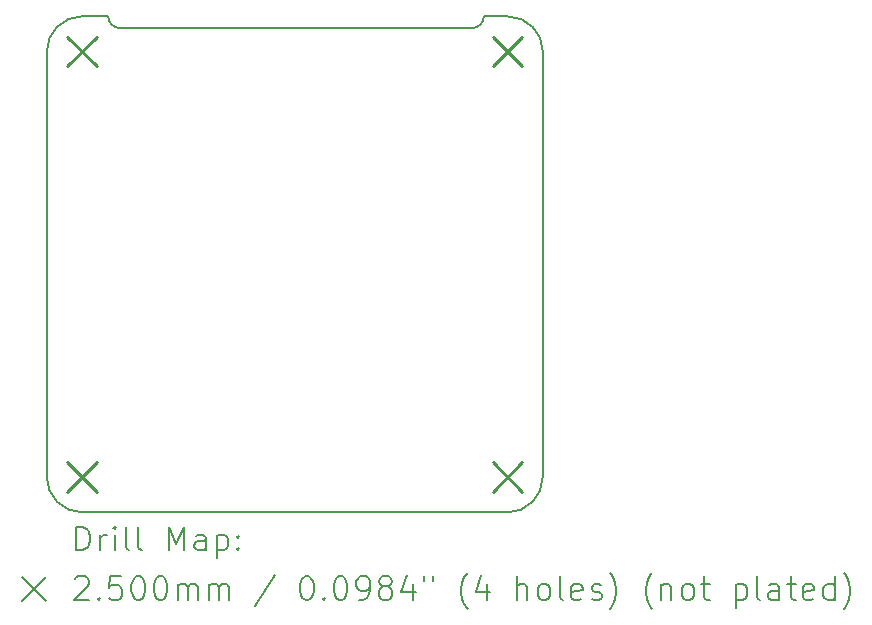
<source format=gbr>
%TF.GenerationSoftware,KiCad,Pcbnew,7.0.6*%
%TF.CreationDate,2023-09-15T14:05:19+02:00*%
%TF.ProjectId,V8,56382e6b-6963-4616-945f-706362585858,rev?*%
%TF.SameCoordinates,Original*%
%TF.FileFunction,Drillmap*%
%TF.FilePolarity,Positive*%
%FSLAX45Y45*%
G04 Gerber Fmt 4.5, Leading zero omitted, Abs format (unit mm)*
G04 Created by KiCad (PCBNEW 7.0.6) date 2023-09-15 14:05:19*
%MOMM*%
%LPD*%
G01*
G04 APERTURE LIST*
%ADD10C,0.200000*%
%ADD11C,0.250000*%
G04 APERTURE END LIST*
D10*
X13520355Y-8000000D02*
X16499645Y-8000000D01*
X12900000Y-8200000D02*
X12900000Y-11800000D01*
X16800000Y-12100000D02*
G75*
G03*
X17100000Y-11800000I0J300000D01*
G01*
X13199645Y-7900000D02*
X13420355Y-7900000D01*
X16600000Y-7900000D02*
X16800000Y-7900000D01*
X17100000Y-11800000D02*
X17100000Y-8200000D01*
X12900000Y-11800000D02*
G75*
G03*
X13200000Y-12100000I300000J0D01*
G01*
X17100000Y-8200000D02*
G75*
G03*
X16800000Y-7900000I-300000J0D01*
G01*
X13200000Y-7900000D02*
G75*
G03*
X12900000Y-8200000I0J-300000D01*
G01*
X16500000Y-8000000D02*
G75*
G03*
X16600000Y-7900000I0J100000D01*
G01*
X13200000Y-12100000D02*
X16800000Y-12100000D01*
X13420710Y-7900000D02*
G75*
G03*
X13520711Y-8000000I100000J0D01*
G01*
D11*
X13075000Y-8075000D02*
X13325000Y-8325000D01*
X13325000Y-8075000D02*
X13075000Y-8325000D01*
X13075000Y-11675000D02*
X13325000Y-11925000D01*
X13325000Y-11675000D02*
X13075000Y-11925000D01*
X16675000Y-8075000D02*
X16925000Y-8325000D01*
X16925000Y-8075000D02*
X16675000Y-8325000D01*
X16675000Y-11675000D02*
X16925000Y-11925000D01*
X16925000Y-11675000D02*
X16675000Y-11925000D01*
D10*
X13150777Y-12421484D02*
X13150777Y-12221484D01*
X13150777Y-12221484D02*
X13198396Y-12221484D01*
X13198396Y-12221484D02*
X13226967Y-12231008D01*
X13226967Y-12231008D02*
X13246015Y-12250055D01*
X13246015Y-12250055D02*
X13255539Y-12269103D01*
X13255539Y-12269103D02*
X13265062Y-12307198D01*
X13265062Y-12307198D02*
X13265062Y-12335769D01*
X13265062Y-12335769D02*
X13255539Y-12373865D01*
X13255539Y-12373865D02*
X13246015Y-12392912D01*
X13246015Y-12392912D02*
X13226967Y-12411960D01*
X13226967Y-12411960D02*
X13198396Y-12421484D01*
X13198396Y-12421484D02*
X13150777Y-12421484D01*
X13350777Y-12421484D02*
X13350777Y-12288150D01*
X13350777Y-12326246D02*
X13360301Y-12307198D01*
X13360301Y-12307198D02*
X13369824Y-12297674D01*
X13369824Y-12297674D02*
X13388872Y-12288150D01*
X13388872Y-12288150D02*
X13407920Y-12288150D01*
X13474586Y-12421484D02*
X13474586Y-12288150D01*
X13474586Y-12221484D02*
X13465062Y-12231008D01*
X13465062Y-12231008D02*
X13474586Y-12240531D01*
X13474586Y-12240531D02*
X13484110Y-12231008D01*
X13484110Y-12231008D02*
X13474586Y-12221484D01*
X13474586Y-12221484D02*
X13474586Y-12240531D01*
X13598396Y-12421484D02*
X13579348Y-12411960D01*
X13579348Y-12411960D02*
X13569824Y-12392912D01*
X13569824Y-12392912D02*
X13569824Y-12221484D01*
X13703158Y-12421484D02*
X13684110Y-12411960D01*
X13684110Y-12411960D02*
X13674586Y-12392912D01*
X13674586Y-12392912D02*
X13674586Y-12221484D01*
X13931729Y-12421484D02*
X13931729Y-12221484D01*
X13931729Y-12221484D02*
X13998396Y-12364341D01*
X13998396Y-12364341D02*
X14065062Y-12221484D01*
X14065062Y-12221484D02*
X14065062Y-12421484D01*
X14246015Y-12421484D02*
X14246015Y-12316722D01*
X14246015Y-12316722D02*
X14236491Y-12297674D01*
X14236491Y-12297674D02*
X14217443Y-12288150D01*
X14217443Y-12288150D02*
X14179348Y-12288150D01*
X14179348Y-12288150D02*
X14160301Y-12297674D01*
X14246015Y-12411960D02*
X14226967Y-12421484D01*
X14226967Y-12421484D02*
X14179348Y-12421484D01*
X14179348Y-12421484D02*
X14160301Y-12411960D01*
X14160301Y-12411960D02*
X14150777Y-12392912D01*
X14150777Y-12392912D02*
X14150777Y-12373865D01*
X14150777Y-12373865D02*
X14160301Y-12354817D01*
X14160301Y-12354817D02*
X14179348Y-12345293D01*
X14179348Y-12345293D02*
X14226967Y-12345293D01*
X14226967Y-12345293D02*
X14246015Y-12335769D01*
X14341253Y-12288150D02*
X14341253Y-12488150D01*
X14341253Y-12297674D02*
X14360301Y-12288150D01*
X14360301Y-12288150D02*
X14398396Y-12288150D01*
X14398396Y-12288150D02*
X14417443Y-12297674D01*
X14417443Y-12297674D02*
X14426967Y-12307198D01*
X14426967Y-12307198D02*
X14436491Y-12326246D01*
X14436491Y-12326246D02*
X14436491Y-12383388D01*
X14436491Y-12383388D02*
X14426967Y-12402436D01*
X14426967Y-12402436D02*
X14417443Y-12411960D01*
X14417443Y-12411960D02*
X14398396Y-12421484D01*
X14398396Y-12421484D02*
X14360301Y-12421484D01*
X14360301Y-12421484D02*
X14341253Y-12411960D01*
X14522205Y-12402436D02*
X14531729Y-12411960D01*
X14531729Y-12411960D02*
X14522205Y-12421484D01*
X14522205Y-12421484D02*
X14512682Y-12411960D01*
X14512682Y-12411960D02*
X14522205Y-12402436D01*
X14522205Y-12402436D02*
X14522205Y-12421484D01*
X14522205Y-12297674D02*
X14531729Y-12307198D01*
X14531729Y-12307198D02*
X14522205Y-12316722D01*
X14522205Y-12316722D02*
X14512682Y-12307198D01*
X14512682Y-12307198D02*
X14522205Y-12297674D01*
X14522205Y-12297674D02*
X14522205Y-12316722D01*
X12690000Y-12650000D02*
X12890000Y-12850000D01*
X12890000Y-12650000D02*
X12690000Y-12850000D01*
X13141253Y-12660531D02*
X13150777Y-12651008D01*
X13150777Y-12651008D02*
X13169824Y-12641484D01*
X13169824Y-12641484D02*
X13217443Y-12641484D01*
X13217443Y-12641484D02*
X13236491Y-12651008D01*
X13236491Y-12651008D02*
X13246015Y-12660531D01*
X13246015Y-12660531D02*
X13255539Y-12679579D01*
X13255539Y-12679579D02*
X13255539Y-12698627D01*
X13255539Y-12698627D02*
X13246015Y-12727198D01*
X13246015Y-12727198D02*
X13131729Y-12841484D01*
X13131729Y-12841484D02*
X13255539Y-12841484D01*
X13341253Y-12822436D02*
X13350777Y-12831960D01*
X13350777Y-12831960D02*
X13341253Y-12841484D01*
X13341253Y-12841484D02*
X13331729Y-12831960D01*
X13331729Y-12831960D02*
X13341253Y-12822436D01*
X13341253Y-12822436D02*
X13341253Y-12841484D01*
X13531729Y-12641484D02*
X13436491Y-12641484D01*
X13436491Y-12641484D02*
X13426967Y-12736722D01*
X13426967Y-12736722D02*
X13436491Y-12727198D01*
X13436491Y-12727198D02*
X13455539Y-12717674D01*
X13455539Y-12717674D02*
X13503158Y-12717674D01*
X13503158Y-12717674D02*
X13522205Y-12727198D01*
X13522205Y-12727198D02*
X13531729Y-12736722D01*
X13531729Y-12736722D02*
X13541253Y-12755769D01*
X13541253Y-12755769D02*
X13541253Y-12803388D01*
X13541253Y-12803388D02*
X13531729Y-12822436D01*
X13531729Y-12822436D02*
X13522205Y-12831960D01*
X13522205Y-12831960D02*
X13503158Y-12841484D01*
X13503158Y-12841484D02*
X13455539Y-12841484D01*
X13455539Y-12841484D02*
X13436491Y-12831960D01*
X13436491Y-12831960D02*
X13426967Y-12822436D01*
X13665062Y-12641484D02*
X13684110Y-12641484D01*
X13684110Y-12641484D02*
X13703158Y-12651008D01*
X13703158Y-12651008D02*
X13712682Y-12660531D01*
X13712682Y-12660531D02*
X13722205Y-12679579D01*
X13722205Y-12679579D02*
X13731729Y-12717674D01*
X13731729Y-12717674D02*
X13731729Y-12765293D01*
X13731729Y-12765293D02*
X13722205Y-12803388D01*
X13722205Y-12803388D02*
X13712682Y-12822436D01*
X13712682Y-12822436D02*
X13703158Y-12831960D01*
X13703158Y-12831960D02*
X13684110Y-12841484D01*
X13684110Y-12841484D02*
X13665062Y-12841484D01*
X13665062Y-12841484D02*
X13646015Y-12831960D01*
X13646015Y-12831960D02*
X13636491Y-12822436D01*
X13636491Y-12822436D02*
X13626967Y-12803388D01*
X13626967Y-12803388D02*
X13617443Y-12765293D01*
X13617443Y-12765293D02*
X13617443Y-12717674D01*
X13617443Y-12717674D02*
X13626967Y-12679579D01*
X13626967Y-12679579D02*
X13636491Y-12660531D01*
X13636491Y-12660531D02*
X13646015Y-12651008D01*
X13646015Y-12651008D02*
X13665062Y-12641484D01*
X13855539Y-12641484D02*
X13874586Y-12641484D01*
X13874586Y-12641484D02*
X13893634Y-12651008D01*
X13893634Y-12651008D02*
X13903158Y-12660531D01*
X13903158Y-12660531D02*
X13912682Y-12679579D01*
X13912682Y-12679579D02*
X13922205Y-12717674D01*
X13922205Y-12717674D02*
X13922205Y-12765293D01*
X13922205Y-12765293D02*
X13912682Y-12803388D01*
X13912682Y-12803388D02*
X13903158Y-12822436D01*
X13903158Y-12822436D02*
X13893634Y-12831960D01*
X13893634Y-12831960D02*
X13874586Y-12841484D01*
X13874586Y-12841484D02*
X13855539Y-12841484D01*
X13855539Y-12841484D02*
X13836491Y-12831960D01*
X13836491Y-12831960D02*
X13826967Y-12822436D01*
X13826967Y-12822436D02*
X13817443Y-12803388D01*
X13817443Y-12803388D02*
X13807920Y-12765293D01*
X13807920Y-12765293D02*
X13807920Y-12717674D01*
X13807920Y-12717674D02*
X13817443Y-12679579D01*
X13817443Y-12679579D02*
X13826967Y-12660531D01*
X13826967Y-12660531D02*
X13836491Y-12651008D01*
X13836491Y-12651008D02*
X13855539Y-12641484D01*
X14007920Y-12841484D02*
X14007920Y-12708150D01*
X14007920Y-12727198D02*
X14017443Y-12717674D01*
X14017443Y-12717674D02*
X14036491Y-12708150D01*
X14036491Y-12708150D02*
X14065063Y-12708150D01*
X14065063Y-12708150D02*
X14084110Y-12717674D01*
X14084110Y-12717674D02*
X14093634Y-12736722D01*
X14093634Y-12736722D02*
X14093634Y-12841484D01*
X14093634Y-12736722D02*
X14103158Y-12717674D01*
X14103158Y-12717674D02*
X14122205Y-12708150D01*
X14122205Y-12708150D02*
X14150777Y-12708150D01*
X14150777Y-12708150D02*
X14169824Y-12717674D01*
X14169824Y-12717674D02*
X14179348Y-12736722D01*
X14179348Y-12736722D02*
X14179348Y-12841484D01*
X14274586Y-12841484D02*
X14274586Y-12708150D01*
X14274586Y-12727198D02*
X14284110Y-12717674D01*
X14284110Y-12717674D02*
X14303158Y-12708150D01*
X14303158Y-12708150D02*
X14331729Y-12708150D01*
X14331729Y-12708150D02*
X14350777Y-12717674D01*
X14350777Y-12717674D02*
X14360301Y-12736722D01*
X14360301Y-12736722D02*
X14360301Y-12841484D01*
X14360301Y-12736722D02*
X14369824Y-12717674D01*
X14369824Y-12717674D02*
X14388872Y-12708150D01*
X14388872Y-12708150D02*
X14417443Y-12708150D01*
X14417443Y-12708150D02*
X14436491Y-12717674D01*
X14436491Y-12717674D02*
X14446015Y-12736722D01*
X14446015Y-12736722D02*
X14446015Y-12841484D01*
X14836491Y-12631960D02*
X14665063Y-12889103D01*
X15093634Y-12641484D02*
X15112682Y-12641484D01*
X15112682Y-12641484D02*
X15131729Y-12651008D01*
X15131729Y-12651008D02*
X15141253Y-12660531D01*
X15141253Y-12660531D02*
X15150777Y-12679579D01*
X15150777Y-12679579D02*
X15160301Y-12717674D01*
X15160301Y-12717674D02*
X15160301Y-12765293D01*
X15160301Y-12765293D02*
X15150777Y-12803388D01*
X15150777Y-12803388D02*
X15141253Y-12822436D01*
X15141253Y-12822436D02*
X15131729Y-12831960D01*
X15131729Y-12831960D02*
X15112682Y-12841484D01*
X15112682Y-12841484D02*
X15093634Y-12841484D01*
X15093634Y-12841484D02*
X15074586Y-12831960D01*
X15074586Y-12831960D02*
X15065063Y-12822436D01*
X15065063Y-12822436D02*
X15055539Y-12803388D01*
X15055539Y-12803388D02*
X15046015Y-12765293D01*
X15046015Y-12765293D02*
X15046015Y-12717674D01*
X15046015Y-12717674D02*
X15055539Y-12679579D01*
X15055539Y-12679579D02*
X15065063Y-12660531D01*
X15065063Y-12660531D02*
X15074586Y-12651008D01*
X15074586Y-12651008D02*
X15093634Y-12641484D01*
X15246015Y-12822436D02*
X15255539Y-12831960D01*
X15255539Y-12831960D02*
X15246015Y-12841484D01*
X15246015Y-12841484D02*
X15236491Y-12831960D01*
X15236491Y-12831960D02*
X15246015Y-12822436D01*
X15246015Y-12822436D02*
X15246015Y-12841484D01*
X15379348Y-12641484D02*
X15398396Y-12641484D01*
X15398396Y-12641484D02*
X15417444Y-12651008D01*
X15417444Y-12651008D02*
X15426967Y-12660531D01*
X15426967Y-12660531D02*
X15436491Y-12679579D01*
X15436491Y-12679579D02*
X15446015Y-12717674D01*
X15446015Y-12717674D02*
X15446015Y-12765293D01*
X15446015Y-12765293D02*
X15436491Y-12803388D01*
X15436491Y-12803388D02*
X15426967Y-12822436D01*
X15426967Y-12822436D02*
X15417444Y-12831960D01*
X15417444Y-12831960D02*
X15398396Y-12841484D01*
X15398396Y-12841484D02*
X15379348Y-12841484D01*
X15379348Y-12841484D02*
X15360301Y-12831960D01*
X15360301Y-12831960D02*
X15350777Y-12822436D01*
X15350777Y-12822436D02*
X15341253Y-12803388D01*
X15341253Y-12803388D02*
X15331729Y-12765293D01*
X15331729Y-12765293D02*
X15331729Y-12717674D01*
X15331729Y-12717674D02*
X15341253Y-12679579D01*
X15341253Y-12679579D02*
X15350777Y-12660531D01*
X15350777Y-12660531D02*
X15360301Y-12651008D01*
X15360301Y-12651008D02*
X15379348Y-12641484D01*
X15541253Y-12841484D02*
X15579348Y-12841484D01*
X15579348Y-12841484D02*
X15598396Y-12831960D01*
X15598396Y-12831960D02*
X15607920Y-12822436D01*
X15607920Y-12822436D02*
X15626967Y-12793865D01*
X15626967Y-12793865D02*
X15636491Y-12755769D01*
X15636491Y-12755769D02*
X15636491Y-12679579D01*
X15636491Y-12679579D02*
X15626967Y-12660531D01*
X15626967Y-12660531D02*
X15617444Y-12651008D01*
X15617444Y-12651008D02*
X15598396Y-12641484D01*
X15598396Y-12641484D02*
X15560301Y-12641484D01*
X15560301Y-12641484D02*
X15541253Y-12651008D01*
X15541253Y-12651008D02*
X15531729Y-12660531D01*
X15531729Y-12660531D02*
X15522206Y-12679579D01*
X15522206Y-12679579D02*
X15522206Y-12727198D01*
X15522206Y-12727198D02*
X15531729Y-12746246D01*
X15531729Y-12746246D02*
X15541253Y-12755769D01*
X15541253Y-12755769D02*
X15560301Y-12765293D01*
X15560301Y-12765293D02*
X15598396Y-12765293D01*
X15598396Y-12765293D02*
X15617444Y-12755769D01*
X15617444Y-12755769D02*
X15626967Y-12746246D01*
X15626967Y-12746246D02*
X15636491Y-12727198D01*
X15750777Y-12727198D02*
X15731729Y-12717674D01*
X15731729Y-12717674D02*
X15722206Y-12708150D01*
X15722206Y-12708150D02*
X15712682Y-12689103D01*
X15712682Y-12689103D02*
X15712682Y-12679579D01*
X15712682Y-12679579D02*
X15722206Y-12660531D01*
X15722206Y-12660531D02*
X15731729Y-12651008D01*
X15731729Y-12651008D02*
X15750777Y-12641484D01*
X15750777Y-12641484D02*
X15788872Y-12641484D01*
X15788872Y-12641484D02*
X15807920Y-12651008D01*
X15807920Y-12651008D02*
X15817444Y-12660531D01*
X15817444Y-12660531D02*
X15826967Y-12679579D01*
X15826967Y-12679579D02*
X15826967Y-12689103D01*
X15826967Y-12689103D02*
X15817444Y-12708150D01*
X15817444Y-12708150D02*
X15807920Y-12717674D01*
X15807920Y-12717674D02*
X15788872Y-12727198D01*
X15788872Y-12727198D02*
X15750777Y-12727198D01*
X15750777Y-12727198D02*
X15731729Y-12736722D01*
X15731729Y-12736722D02*
X15722206Y-12746246D01*
X15722206Y-12746246D02*
X15712682Y-12765293D01*
X15712682Y-12765293D02*
X15712682Y-12803388D01*
X15712682Y-12803388D02*
X15722206Y-12822436D01*
X15722206Y-12822436D02*
X15731729Y-12831960D01*
X15731729Y-12831960D02*
X15750777Y-12841484D01*
X15750777Y-12841484D02*
X15788872Y-12841484D01*
X15788872Y-12841484D02*
X15807920Y-12831960D01*
X15807920Y-12831960D02*
X15817444Y-12822436D01*
X15817444Y-12822436D02*
X15826967Y-12803388D01*
X15826967Y-12803388D02*
X15826967Y-12765293D01*
X15826967Y-12765293D02*
X15817444Y-12746246D01*
X15817444Y-12746246D02*
X15807920Y-12736722D01*
X15807920Y-12736722D02*
X15788872Y-12727198D01*
X15998396Y-12708150D02*
X15998396Y-12841484D01*
X15950777Y-12631960D02*
X15903158Y-12774817D01*
X15903158Y-12774817D02*
X16026967Y-12774817D01*
X16093634Y-12641484D02*
X16093634Y-12679579D01*
X16169825Y-12641484D02*
X16169825Y-12679579D01*
X16465063Y-12917674D02*
X16455539Y-12908150D01*
X16455539Y-12908150D02*
X16436491Y-12879579D01*
X16436491Y-12879579D02*
X16426968Y-12860531D01*
X16426968Y-12860531D02*
X16417444Y-12831960D01*
X16417444Y-12831960D02*
X16407920Y-12784341D01*
X16407920Y-12784341D02*
X16407920Y-12746246D01*
X16407920Y-12746246D02*
X16417444Y-12698627D01*
X16417444Y-12698627D02*
X16426968Y-12670055D01*
X16426968Y-12670055D02*
X16436491Y-12651008D01*
X16436491Y-12651008D02*
X16455539Y-12622436D01*
X16455539Y-12622436D02*
X16465063Y-12612912D01*
X16626968Y-12708150D02*
X16626968Y-12841484D01*
X16579348Y-12631960D02*
X16531729Y-12774817D01*
X16531729Y-12774817D02*
X16655539Y-12774817D01*
X16884111Y-12841484D02*
X16884111Y-12641484D01*
X16969825Y-12841484D02*
X16969825Y-12736722D01*
X16969825Y-12736722D02*
X16960301Y-12717674D01*
X16960301Y-12717674D02*
X16941253Y-12708150D01*
X16941253Y-12708150D02*
X16912682Y-12708150D01*
X16912682Y-12708150D02*
X16893634Y-12717674D01*
X16893634Y-12717674D02*
X16884111Y-12727198D01*
X17093634Y-12841484D02*
X17074587Y-12831960D01*
X17074587Y-12831960D02*
X17065063Y-12822436D01*
X17065063Y-12822436D02*
X17055539Y-12803388D01*
X17055539Y-12803388D02*
X17055539Y-12746246D01*
X17055539Y-12746246D02*
X17065063Y-12727198D01*
X17065063Y-12727198D02*
X17074587Y-12717674D01*
X17074587Y-12717674D02*
X17093634Y-12708150D01*
X17093634Y-12708150D02*
X17122206Y-12708150D01*
X17122206Y-12708150D02*
X17141253Y-12717674D01*
X17141253Y-12717674D02*
X17150777Y-12727198D01*
X17150777Y-12727198D02*
X17160301Y-12746246D01*
X17160301Y-12746246D02*
X17160301Y-12803388D01*
X17160301Y-12803388D02*
X17150777Y-12822436D01*
X17150777Y-12822436D02*
X17141253Y-12831960D01*
X17141253Y-12831960D02*
X17122206Y-12841484D01*
X17122206Y-12841484D02*
X17093634Y-12841484D01*
X17274587Y-12841484D02*
X17255539Y-12831960D01*
X17255539Y-12831960D02*
X17246015Y-12812912D01*
X17246015Y-12812912D02*
X17246015Y-12641484D01*
X17426968Y-12831960D02*
X17407920Y-12841484D01*
X17407920Y-12841484D02*
X17369825Y-12841484D01*
X17369825Y-12841484D02*
X17350777Y-12831960D01*
X17350777Y-12831960D02*
X17341253Y-12812912D01*
X17341253Y-12812912D02*
X17341253Y-12736722D01*
X17341253Y-12736722D02*
X17350777Y-12717674D01*
X17350777Y-12717674D02*
X17369825Y-12708150D01*
X17369825Y-12708150D02*
X17407920Y-12708150D01*
X17407920Y-12708150D02*
X17426968Y-12717674D01*
X17426968Y-12717674D02*
X17436492Y-12736722D01*
X17436492Y-12736722D02*
X17436492Y-12755769D01*
X17436492Y-12755769D02*
X17341253Y-12774817D01*
X17512682Y-12831960D02*
X17531730Y-12841484D01*
X17531730Y-12841484D02*
X17569825Y-12841484D01*
X17569825Y-12841484D02*
X17588873Y-12831960D01*
X17588873Y-12831960D02*
X17598396Y-12812912D01*
X17598396Y-12812912D02*
X17598396Y-12803388D01*
X17598396Y-12803388D02*
X17588873Y-12784341D01*
X17588873Y-12784341D02*
X17569825Y-12774817D01*
X17569825Y-12774817D02*
X17541253Y-12774817D01*
X17541253Y-12774817D02*
X17522206Y-12765293D01*
X17522206Y-12765293D02*
X17512682Y-12746246D01*
X17512682Y-12746246D02*
X17512682Y-12736722D01*
X17512682Y-12736722D02*
X17522206Y-12717674D01*
X17522206Y-12717674D02*
X17541253Y-12708150D01*
X17541253Y-12708150D02*
X17569825Y-12708150D01*
X17569825Y-12708150D02*
X17588873Y-12717674D01*
X17665063Y-12917674D02*
X17674587Y-12908150D01*
X17674587Y-12908150D02*
X17693634Y-12879579D01*
X17693634Y-12879579D02*
X17703158Y-12860531D01*
X17703158Y-12860531D02*
X17712682Y-12831960D01*
X17712682Y-12831960D02*
X17722206Y-12784341D01*
X17722206Y-12784341D02*
X17722206Y-12746246D01*
X17722206Y-12746246D02*
X17712682Y-12698627D01*
X17712682Y-12698627D02*
X17703158Y-12670055D01*
X17703158Y-12670055D02*
X17693634Y-12651008D01*
X17693634Y-12651008D02*
X17674587Y-12622436D01*
X17674587Y-12622436D02*
X17665063Y-12612912D01*
X18026968Y-12917674D02*
X18017444Y-12908150D01*
X18017444Y-12908150D02*
X17998396Y-12879579D01*
X17998396Y-12879579D02*
X17988873Y-12860531D01*
X17988873Y-12860531D02*
X17979349Y-12831960D01*
X17979349Y-12831960D02*
X17969825Y-12784341D01*
X17969825Y-12784341D02*
X17969825Y-12746246D01*
X17969825Y-12746246D02*
X17979349Y-12698627D01*
X17979349Y-12698627D02*
X17988873Y-12670055D01*
X17988873Y-12670055D02*
X17998396Y-12651008D01*
X17998396Y-12651008D02*
X18017444Y-12622436D01*
X18017444Y-12622436D02*
X18026968Y-12612912D01*
X18103158Y-12708150D02*
X18103158Y-12841484D01*
X18103158Y-12727198D02*
X18112682Y-12717674D01*
X18112682Y-12717674D02*
X18131730Y-12708150D01*
X18131730Y-12708150D02*
X18160301Y-12708150D01*
X18160301Y-12708150D02*
X18179349Y-12717674D01*
X18179349Y-12717674D02*
X18188873Y-12736722D01*
X18188873Y-12736722D02*
X18188873Y-12841484D01*
X18312682Y-12841484D02*
X18293634Y-12831960D01*
X18293634Y-12831960D02*
X18284111Y-12822436D01*
X18284111Y-12822436D02*
X18274587Y-12803388D01*
X18274587Y-12803388D02*
X18274587Y-12746246D01*
X18274587Y-12746246D02*
X18284111Y-12727198D01*
X18284111Y-12727198D02*
X18293634Y-12717674D01*
X18293634Y-12717674D02*
X18312682Y-12708150D01*
X18312682Y-12708150D02*
X18341254Y-12708150D01*
X18341254Y-12708150D02*
X18360301Y-12717674D01*
X18360301Y-12717674D02*
X18369825Y-12727198D01*
X18369825Y-12727198D02*
X18379349Y-12746246D01*
X18379349Y-12746246D02*
X18379349Y-12803388D01*
X18379349Y-12803388D02*
X18369825Y-12822436D01*
X18369825Y-12822436D02*
X18360301Y-12831960D01*
X18360301Y-12831960D02*
X18341254Y-12841484D01*
X18341254Y-12841484D02*
X18312682Y-12841484D01*
X18436492Y-12708150D02*
X18512682Y-12708150D01*
X18465063Y-12641484D02*
X18465063Y-12812912D01*
X18465063Y-12812912D02*
X18474587Y-12831960D01*
X18474587Y-12831960D02*
X18493634Y-12841484D01*
X18493634Y-12841484D02*
X18512682Y-12841484D01*
X18731730Y-12708150D02*
X18731730Y-12908150D01*
X18731730Y-12717674D02*
X18750777Y-12708150D01*
X18750777Y-12708150D02*
X18788873Y-12708150D01*
X18788873Y-12708150D02*
X18807920Y-12717674D01*
X18807920Y-12717674D02*
X18817444Y-12727198D01*
X18817444Y-12727198D02*
X18826968Y-12746246D01*
X18826968Y-12746246D02*
X18826968Y-12803388D01*
X18826968Y-12803388D02*
X18817444Y-12822436D01*
X18817444Y-12822436D02*
X18807920Y-12831960D01*
X18807920Y-12831960D02*
X18788873Y-12841484D01*
X18788873Y-12841484D02*
X18750777Y-12841484D01*
X18750777Y-12841484D02*
X18731730Y-12831960D01*
X18941254Y-12841484D02*
X18922206Y-12831960D01*
X18922206Y-12831960D02*
X18912682Y-12812912D01*
X18912682Y-12812912D02*
X18912682Y-12641484D01*
X19103158Y-12841484D02*
X19103158Y-12736722D01*
X19103158Y-12736722D02*
X19093635Y-12717674D01*
X19093635Y-12717674D02*
X19074587Y-12708150D01*
X19074587Y-12708150D02*
X19036492Y-12708150D01*
X19036492Y-12708150D02*
X19017444Y-12717674D01*
X19103158Y-12831960D02*
X19084111Y-12841484D01*
X19084111Y-12841484D02*
X19036492Y-12841484D01*
X19036492Y-12841484D02*
X19017444Y-12831960D01*
X19017444Y-12831960D02*
X19007920Y-12812912D01*
X19007920Y-12812912D02*
X19007920Y-12793865D01*
X19007920Y-12793865D02*
X19017444Y-12774817D01*
X19017444Y-12774817D02*
X19036492Y-12765293D01*
X19036492Y-12765293D02*
X19084111Y-12765293D01*
X19084111Y-12765293D02*
X19103158Y-12755769D01*
X19169825Y-12708150D02*
X19246015Y-12708150D01*
X19198396Y-12641484D02*
X19198396Y-12812912D01*
X19198396Y-12812912D02*
X19207920Y-12831960D01*
X19207920Y-12831960D02*
X19226968Y-12841484D01*
X19226968Y-12841484D02*
X19246015Y-12841484D01*
X19388873Y-12831960D02*
X19369825Y-12841484D01*
X19369825Y-12841484D02*
X19331730Y-12841484D01*
X19331730Y-12841484D02*
X19312682Y-12831960D01*
X19312682Y-12831960D02*
X19303158Y-12812912D01*
X19303158Y-12812912D02*
X19303158Y-12736722D01*
X19303158Y-12736722D02*
X19312682Y-12717674D01*
X19312682Y-12717674D02*
X19331730Y-12708150D01*
X19331730Y-12708150D02*
X19369825Y-12708150D01*
X19369825Y-12708150D02*
X19388873Y-12717674D01*
X19388873Y-12717674D02*
X19398396Y-12736722D01*
X19398396Y-12736722D02*
X19398396Y-12755769D01*
X19398396Y-12755769D02*
X19303158Y-12774817D01*
X19569825Y-12841484D02*
X19569825Y-12641484D01*
X19569825Y-12831960D02*
X19550777Y-12841484D01*
X19550777Y-12841484D02*
X19512682Y-12841484D01*
X19512682Y-12841484D02*
X19493635Y-12831960D01*
X19493635Y-12831960D02*
X19484111Y-12822436D01*
X19484111Y-12822436D02*
X19474587Y-12803388D01*
X19474587Y-12803388D02*
X19474587Y-12746246D01*
X19474587Y-12746246D02*
X19484111Y-12727198D01*
X19484111Y-12727198D02*
X19493635Y-12717674D01*
X19493635Y-12717674D02*
X19512682Y-12708150D01*
X19512682Y-12708150D02*
X19550777Y-12708150D01*
X19550777Y-12708150D02*
X19569825Y-12717674D01*
X19646016Y-12917674D02*
X19655539Y-12908150D01*
X19655539Y-12908150D02*
X19674587Y-12879579D01*
X19674587Y-12879579D02*
X19684111Y-12860531D01*
X19684111Y-12860531D02*
X19693635Y-12831960D01*
X19693635Y-12831960D02*
X19703158Y-12784341D01*
X19703158Y-12784341D02*
X19703158Y-12746246D01*
X19703158Y-12746246D02*
X19693635Y-12698627D01*
X19693635Y-12698627D02*
X19684111Y-12670055D01*
X19684111Y-12670055D02*
X19674587Y-12651008D01*
X19674587Y-12651008D02*
X19655539Y-12622436D01*
X19655539Y-12622436D02*
X19646016Y-12612912D01*
M02*

</source>
